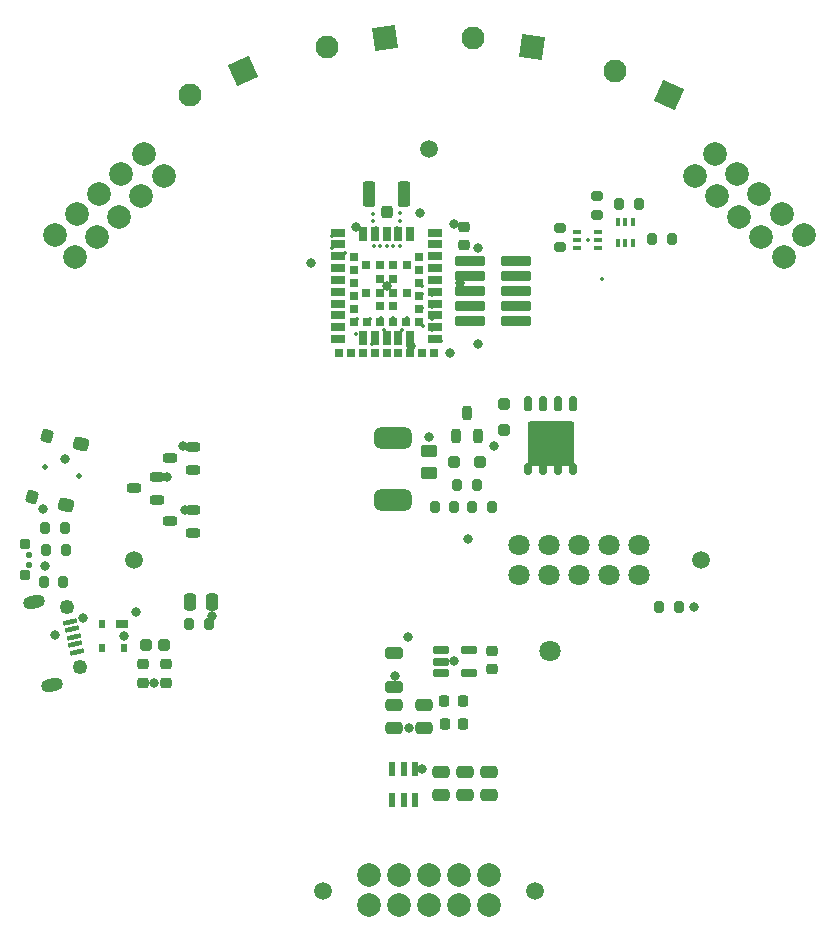
<source format=gts>
G04 #@! TF.GenerationSoftware,KiCad,Pcbnew,7.0.1-3b83917a11~172~ubuntu22.04.1*
G04 #@! TF.CreationDate,2023-08-11T16:57:34+02:00*
G04 #@! TF.ProjectId,io_coupling_MCU_enhanced,696f5f63-6f75-4706-9c69-6e675f4d4355,rev?*
G04 #@! TF.SameCoordinates,Original*
G04 #@! TF.FileFunction,Soldermask,Top*
G04 #@! TF.FilePolarity,Negative*
%FSLAX46Y46*%
G04 Gerber Fmt 4.6, Leading zero omitted, Abs format (unit mm)*
G04 Created by KiCad (PCBNEW 7.0.1-3b83917a11~172~ubuntu22.04.1) date 2023-08-11 16:57:34*
%MOMM*%
%LPD*%
G01*
G04 APERTURE LIST*
G04 Aperture macros list*
%AMRoundRect*
0 Rectangle with rounded corners*
0 $1 Rounding radius*
0 $2 $3 $4 $5 $6 $7 $8 $9 X,Y pos of 4 corners*
0 Add a 4 corners polygon primitive as box body*
4,1,4,$2,$3,$4,$5,$6,$7,$8,$9,$2,$3,0*
0 Add four circle primitives for the rounded corners*
1,1,$1+$1,$2,$3*
1,1,$1+$1,$4,$5*
1,1,$1+$1,$6,$7*
1,1,$1+$1,$8,$9*
0 Add four rect primitives between the rounded corners*
20,1,$1+$1,$2,$3,$4,$5,0*
20,1,$1+$1,$4,$5,$6,$7,0*
20,1,$1+$1,$6,$7,$8,$9,0*
20,1,$1+$1,$8,$9,$2,$3,0*%
%AMHorizOval*
0 Thick line with rounded ends*
0 $1 width*
0 $2 $3 position (X,Y) of the first rounded end (center of the circle)*
0 $4 $5 position (X,Y) of the second rounded end (center of the circle)*
0 Add line between two ends*
20,1,$1,$2,$3,$4,$5,0*
0 Add two circle primitives to create the rounded ends*
1,1,$1,$2,$3*
1,1,$1,$4,$5*%
%AMRotRect*
0 Rectangle, with rotation*
0 The origin of the aperture is its center*
0 $1 length*
0 $2 width*
0 $3 Rotation angle, in degrees counterclockwise*
0 Add horizontal line*
21,1,$1,$2,0,0,$3*%
G04 Aperture macros list end*
%ADD10RoundRect,0.262500X-0.262500X-0.837500X0.262500X-0.837500X0.262500X0.837500X-0.262500X0.837500X0*%
%ADD11RoundRect,0.250000X-0.250000X-0.275000X0.250000X-0.275000X0.250000X0.275000X-0.250000X0.275000X0*%
%ADD12C,2.000000*%
%ADD13RoundRect,0.242500X-0.257500X-0.242500X0.257500X-0.242500X0.257500X0.242500X-0.257500X0.242500X0*%
%ADD14C,1.800000*%
%ADD15RoundRect,0.200000X-1.110000X-0.200000X1.110000X-0.200000X1.110000X0.200000X-1.110000X0.200000X0*%
%ADD16RoundRect,0.200000X0.200000X0.275000X-0.200000X0.275000X-0.200000X-0.275000X0.200000X-0.275000X0*%
%ADD17RoundRect,0.200000X-0.200000X-0.275000X0.200000X-0.275000X0.200000X0.275000X-0.200000X0.275000X0*%
%ADD18RoundRect,0.250000X0.475000X-0.250000X0.475000X0.250000X-0.475000X0.250000X-0.475000X-0.250000X0*%
%ADD19RoundRect,0.225000X0.250000X-0.225000X0.250000X0.225000X-0.250000X0.225000X-0.250000X-0.225000X0*%
%ADD20C,1.950000*%
%ADD21RotRect,1.950000X1.950000X188.057000*%
%ADD22RoundRect,0.200000X0.400000X0.200000X-0.400000X0.200000X-0.400000X-0.200000X0.400000X-0.200000X0*%
%ADD23C,1.500000*%
%ADD24RoundRect,0.225000X-0.250000X0.225000X-0.250000X-0.225000X0.250000X-0.225000X0.250000X0.225000X0*%
%ADD25RotRect,1.950000X1.950000X204.171000*%
%ADD26R,0.620000X1.220000*%
%ADD27RoundRect,0.275000X0.428911X0.179680X-0.300293X0.355070X-0.428911X-0.179680X0.300293X-0.355070X0*%
%ADD28RoundRect,0.250000X0.313224X0.233218X-0.172912X0.350145X-0.313224X-0.233218X0.172912X-0.350145X0*%
%ADD29C,0.500000*%
%ADD30HorizOval,0.500000X0.000000X0.000000X0.000000X0.000000X0*%
%ADD31RoundRect,0.060000X-0.615000X0.240000X-0.615000X-0.240000X0.615000X-0.240000X0.615000X0.240000X0*%
%ADD32RoundRect,0.250000X-0.475000X0.250000X-0.475000X-0.250000X0.475000X-0.250000X0.475000X0.250000X0*%
%ADD33RoundRect,0.225000X-0.225000X-0.250000X0.225000X-0.250000X0.225000X0.250000X-0.225000X0.250000X0*%
%ADD34R,0.700000X0.700000*%
%ADD35R,0.700000X1.150000*%
%ADD36R,1.150000X0.700000*%
%ADD37RoundRect,0.075000X-0.075000X-0.275000X0.075000X-0.275000X0.075000X0.275000X-0.075000X0.275000X0*%
%ADD38RoundRect,0.250000X-0.450000X0.262500X-0.450000X-0.262500X0.450000X-0.262500X0.450000X0.262500X0*%
%ADD39R,0.600000X0.700000*%
%ADD40R,1.000000X0.700000*%
%ADD41RoundRect,0.075000X0.275000X-0.075000X0.275000X0.075000X-0.275000X0.075000X-0.275000X-0.075000X0*%
%ADD42RotRect,1.950000X1.950000X171.943000*%
%ADD43RoundRect,0.200000X0.275000X-0.200000X0.275000X0.200000X-0.275000X0.200000X-0.275000X-0.200000X0*%
%ADD44RoundRect,0.250000X0.250000X0.250000X-0.250000X0.250000X-0.250000X-0.250000X0.250000X-0.250000X0*%
%ADD45RoundRect,0.218750X0.218750X0.256250X-0.218750X0.256250X-0.218750X-0.256250X0.218750X-0.256250X0*%
%ADD46RoundRect,0.152500X-0.152500X0.357500X-0.152500X-0.357500X0.152500X-0.357500X0.152500X0.357500X0*%
%ADD47RoundRect,0.190500X-1.764500X1.714500X-1.764500X-1.714500X1.764500X-1.714500X1.764500X1.714500X0*%
%ADD48RoundRect,0.152500X-0.152500X0.482500X-0.152500X-0.482500X0.152500X-0.482500X0.152500X0.482500X0*%
%ADD49RoundRect,0.445000X1.130000X-0.445000X1.130000X0.445000X-1.130000X0.445000X-1.130000X-0.445000X0*%
%ADD50RoundRect,0.250000X-0.250000X-0.475000X0.250000X-0.475000X0.250000X0.475000X-0.250000X0.475000X0*%
%ADD51RoundRect,0.250000X-0.250000X0.250000X-0.250000X-0.250000X0.250000X-0.250000X0.250000X0.250000X0*%
%ADD52HorizOval,1.100000X0.390988X0.084428X-0.390988X-0.084428X0*%
%ADD53C,1.250000*%
%ADD54RoundRect,0.100000X0.534279X0.013064X0.492065X0.208558X-0.534279X-0.013064X-0.492065X-0.208558X0*%
%ADD55RotRect,1.950000X1.950000X155.828000*%
%ADD56RoundRect,0.250000X0.500000X-0.250000X0.500000X0.250000X-0.500000X0.250000X-0.500000X-0.250000X0*%
%ADD57RoundRect,0.200000X0.200000X-0.400000X0.200000X0.400000X-0.200000X0.400000X-0.200000X-0.400000X0*%
%ADD58RoundRect,0.212500X0.237500X-0.212500X0.237500X0.212500X-0.237500X0.212500X-0.237500X-0.212500X0*%
%ADD59RoundRect,0.112500X0.137500X-0.112500X0.137500X0.112500X-0.137500X0.112500X-0.137500X-0.112500X0*%
%ADD60C,0.350000*%
%ADD61C,0.800000*%
G04 APERTURE END LIST*
D10*
X-2125000Y30998800D03*
X-5075000Y30998800D03*
D11*
X-3600000Y29473800D03*
D12*
X-5080000Y-26670000D03*
X-5080000Y-29210000D03*
D13*
X-22465000Y-7200000D03*
X-23935000Y-7200000D03*
D14*
X17780000Y1270000D03*
X17780000Y-1270000D03*
X15240000Y1270000D03*
X15240000Y-1270000D03*
X12700000Y1270000D03*
X12700000Y-1270000D03*
X10160000Y1270000D03*
X10160000Y-1270000D03*
X7620000Y1270000D03*
X7620000Y-1270000D03*
D12*
X-30015518Y25650396D03*
X-31719389Y27534123D03*
X-28131792Y27354266D03*
X-29835662Y29237993D03*
X-26248065Y29058137D03*
X-27951935Y30941863D03*
X-24364338Y30762007D03*
X-26068208Y32645734D03*
X-22480611Y32465877D03*
X-24184482Y34349604D03*
X31719432Y27534204D03*
X30015594Y25650447D03*
X29835675Y29238041D03*
X28131838Y27354284D03*
X27951919Y30941878D03*
X26248081Y29058122D03*
X26068162Y32645716D03*
X24364325Y30761959D03*
X24184406Y34349553D03*
X22480568Y32465796D03*
D15*
X7365000Y20184000D03*
X3485000Y20184000D03*
X7365000Y21454000D03*
X3485000Y21454000D03*
X7365000Y22724000D03*
X3485000Y22724000D03*
X7365000Y23994000D03*
X3485000Y23994000D03*
X7365000Y25264000D03*
X3485000Y25264000D03*
D14*
X10200000Y-7700000D03*
D16*
X19475000Y-4000000D03*
X21125000Y-4000000D03*
D17*
X5299000Y4459000D03*
X3649000Y4459000D03*
D18*
X3048000Y-17973000D03*
X3048000Y-19873000D03*
D19*
X2925000Y28199000D03*
X2925000Y26649000D03*
D17*
X-18675000Y-5400000D03*
X-20325000Y-5400000D03*
D20*
X-8675323Y43449605D03*
D21*
X-3724677Y44150395D03*
D22*
X-21952000Y8590000D03*
X-19952000Y9540000D03*
X-19952000Y7640000D03*
D18*
X5080000Y-17973000D03*
X5080000Y-19873000D03*
D23*
X-9000000Y-28000000D03*
D24*
X-24216000Y-10388000D03*
X-24216000Y-8838000D03*
D20*
X-20280819Y39376347D03*
D25*
X-15719181Y41423653D03*
D24*
X-22311000Y-10388000D03*
X-22311000Y-8838000D03*
D26*
X-3109000Y-17750000D03*
X-2159000Y-17750000D03*
X-1209000Y-17750000D03*
X-1209000Y-20350000D03*
X-2159000Y-20350000D03*
X-3109000Y-20350000D03*
D27*
X-29508018Y9822668D03*
X-30747437Y4669626D03*
D28*
X-32376221Y10512534D03*
X-33615640Y5359492D03*
D29*
X-32558408Y7830779D03*
D30*
X-29641592Y7129221D03*
D23*
X23000000Y0D03*
D31*
X3361000Y-7677000D03*
X3361000Y-9577000D03*
X991000Y-9577000D03*
X991000Y-8627000D03*
X991000Y-7677000D03*
D17*
X-30862000Y2700000D03*
X-32512000Y2700000D03*
D32*
X-3005000Y-14215000D03*
X-3005000Y-12315000D03*
D23*
X0Y34800000D03*
D12*
X5080000Y-26670000D03*
D23*
X9000000Y-28000000D03*
D33*
X2850000Y-13900000D03*
X1300000Y-13900000D03*
D12*
X0Y-26670000D03*
X-2540000Y-29210000D03*
D34*
X-5325000Y24924000D03*
X-4175000Y24924000D03*
X-3025000Y24924000D03*
X-1875000Y24924000D03*
X-4175000Y23774000D03*
X-3025000Y23774000D03*
X-5325000Y22624000D03*
X-4175000Y22624000D03*
X-3025000Y22624000D03*
X-1875000Y22624000D03*
X-4175000Y21474000D03*
X-3025000Y21474000D03*
X400000Y17549000D03*
X-600000Y17549000D03*
X-1600000Y17549000D03*
X-2600000Y17549000D03*
X-3600000Y17549000D03*
X-4600000Y17549000D03*
X-5600000Y17549000D03*
X-6600000Y17549000D03*
X-7600000Y17549000D03*
X-1950000Y20149000D03*
X-3050000Y20149000D03*
X-4150000Y20149000D03*
X-5250000Y20149000D03*
X-6350000Y20149000D03*
X-6350000Y21249000D03*
X-6350000Y22349000D03*
X-6350000Y23449000D03*
X-6350000Y24549000D03*
X-6350000Y25649000D03*
X-850000Y25649000D03*
X-850000Y24549000D03*
X-850000Y23449000D03*
X-850000Y22349000D03*
X-850000Y21249000D03*
X-850000Y20149000D03*
D35*
X-1600000Y18774000D03*
X-2600000Y18774000D03*
X-3600000Y18774000D03*
X-4600000Y18774000D03*
X-5600000Y18774000D03*
D36*
X-7725000Y18699000D03*
X-7725000Y19699000D03*
X-7725000Y20699000D03*
X-7725000Y21699000D03*
X-7725000Y22699000D03*
X-7725000Y23699000D03*
X-7725000Y24699000D03*
X-7725000Y25699000D03*
X-7725000Y26699000D03*
X-7725000Y27699000D03*
D35*
X-5600000Y27624000D03*
X-4600000Y27624000D03*
X-3600000Y27624000D03*
X-2600000Y27624000D03*
X-1600000Y27624000D03*
D36*
X525000Y27699000D03*
X525000Y26699000D03*
X525000Y25699000D03*
X525000Y24699000D03*
X525000Y23699000D03*
X525000Y22699000D03*
X525000Y21699000D03*
X525000Y20699000D03*
X525000Y19699000D03*
X525000Y18699000D03*
D37*
X15950000Y28589000D03*
X16600000Y28589000D03*
X17250000Y28589000D03*
X17250000Y26811000D03*
X16600000Y26811000D03*
X15950000Y26811000D03*
D16*
X2379000Y6364000D03*
X4029000Y6364000D03*
D17*
X-30775000Y800000D03*
X-32425000Y800000D03*
D38*
X-14000Y7356500D03*
X-14000Y9181500D03*
D39*
X-25806000Y-7438000D03*
X-27706000Y-7438000D03*
X-27706000Y-5438000D03*
D40*
X-26006000Y-5438000D03*
D41*
X12559500Y26437500D03*
X12559500Y27087500D03*
X12559500Y27737500D03*
X14337500Y27737500D03*
X14337500Y27087500D03*
X14337500Y26437500D03*
D22*
X-25000000Y6050000D03*
X-23000000Y7000000D03*
X-23000000Y5100000D03*
D20*
X3724677Y44150395D03*
D42*
X8675323Y43449605D03*
D43*
X14211000Y30825000D03*
X14211000Y29175000D03*
D44*
X2104000Y8269000D03*
X4304000Y8269000D03*
D12*
X2540000Y-29210000D03*
D17*
X17725000Y30100000D03*
X16075000Y30100000D03*
D43*
X11048500Y28112500D03*
X11048500Y26462500D03*
D23*
X-25000000Y0D03*
D45*
X1287500Y-11995000D03*
X2862500Y-11995000D03*
D46*
X8395000Y7695000D03*
X9665000Y7695000D03*
X10935000Y7695000D03*
X12205000Y7695000D03*
D47*
X10300000Y9800000D03*
D48*
X9665000Y13160000D03*
X10935000Y13160000D03*
X12205000Y13160000D03*
X8395000Y13160000D03*
D24*
X5300000Y-9275000D03*
X5300000Y-7725000D03*
D12*
X5080000Y-29210000D03*
D49*
X-3100000Y10315000D03*
X-3100000Y5085000D03*
D17*
X2124000Y4459000D03*
X474000Y4459000D03*
D12*
X-2540000Y-26670000D03*
D50*
X-18350000Y-3600000D03*
X-20250000Y-3600000D03*
D51*
X6379000Y10979000D03*
X6379000Y13179000D03*
D17*
X20525000Y27200000D03*
X18875000Y27200000D03*
D52*
X-33450147Y-3540436D03*
D53*
X-30648779Y-3958575D03*
X-29551221Y-9041425D03*
D52*
X-31930451Y-10578229D03*
D54*
X-30374390Y-5229287D03*
X-30237195Y-5864644D03*
X-30100000Y-6500000D03*
X-29962805Y-7135356D03*
X-29825610Y-7770713D03*
D22*
X-21952000Y3256000D03*
X-19952000Y4206000D03*
X-19952000Y2306000D03*
D12*
X2540000Y-26670000D03*
D17*
X-30975000Y-1900000D03*
X-32625000Y-1900000D03*
D55*
X20280801Y39376307D03*
D20*
X15719199Y41423693D03*
D12*
X0Y-29210000D03*
D18*
X1016000Y-17973000D03*
X1016000Y-19873000D03*
D56*
X-3000000Y-7900000D03*
X-3000000Y-10800000D03*
D57*
X3204000Y12444000D03*
X4154000Y10444000D03*
X2254000Y10444000D03*
D32*
X-465000Y-14215000D03*
X-465000Y-12315000D03*
D58*
X-34200000Y1325000D03*
D59*
X-33850000Y425000D03*
X-33850000Y-425000D03*
D58*
X-34200000Y-1325000D03*
D60*
X-7106813Y25976997D03*
D61*
X-800000Y29400000D03*
X-6188000Y28212000D03*
D60*
X-2440000Y31200000D03*
X-2440000Y30600000D03*
X-2440000Y31800000D03*
X-2440000Y30000000D03*
X-4750000Y31800000D03*
X-4750000Y31200000D03*
X-4750000Y30600000D03*
X-4750000Y30000000D03*
D61*
X22400000Y-4000000D03*
D60*
X-2460000Y29350000D03*
D61*
X-30827420Y8503266D03*
X-23300000Y-10388000D03*
X-20700000Y4200000D03*
D60*
X-4500000Y28078800D03*
D61*
X-3600000Y23200000D03*
X2622103Y23477397D03*
X2125000Y28424000D03*
D60*
X-4700000Y26578800D03*
X-3600000Y26578800D03*
X-6200000Y19100000D03*
D61*
X-29300000Y-4900000D03*
D60*
X-2450000Y26578800D03*
D61*
X-20800000Y9649500D03*
D60*
X-2450000Y28678800D03*
X-2700000Y27178800D03*
D61*
X-22200000Y7000000D03*
D60*
X-2700000Y28078800D03*
X-4750000Y29300000D03*
D61*
X-600000Y-17750000D03*
X-18350000Y-4753000D03*
X-1505853Y18123565D03*
X2100000Y-8600000D03*
D60*
X-4750000Y28678800D03*
X-4500000Y27178800D03*
D61*
X-1700000Y-14215000D03*
D60*
X-4150000Y26580000D03*
X-3100000Y26578800D03*
D61*
X3300000Y1800000D03*
X5500000Y9600000D03*
X-24500Y10397655D03*
X-2872523Y-9827477D03*
X-25800000Y-6488498D03*
X-1800000Y-6500000D03*
X4100000Y18244365D03*
X-32500000Y-500000D03*
X4100000Y26400000D03*
X-32700000Y4300000D03*
X-10000000Y25100000D03*
X-31700000Y-6400000D03*
X-24800000Y-4400000D03*
D60*
X-8200000Y27423502D03*
X-4875498Y18273502D03*
X-8200000Y26423502D03*
X-5000000Y20400000D03*
X252448Y22423502D03*
X-3782130Y19424926D03*
X200000Y21423502D03*
X-4100000Y20500000D03*
X-1900000Y20500000D03*
X-2316735Y19424874D03*
X200000Y20423502D03*
X-3100000Y20500000D03*
X13437500Y27087500D03*
X14650000Y23750000D03*
X-6100000Y20400000D03*
X-600000Y21300000D03*
X-600000Y22500000D03*
X-600000Y23200000D03*
X200000Y19423502D03*
X1000000Y18500000D03*
D61*
X1800000Y17500000D03*
D60*
X-512251Y19787749D03*
M02*

</source>
